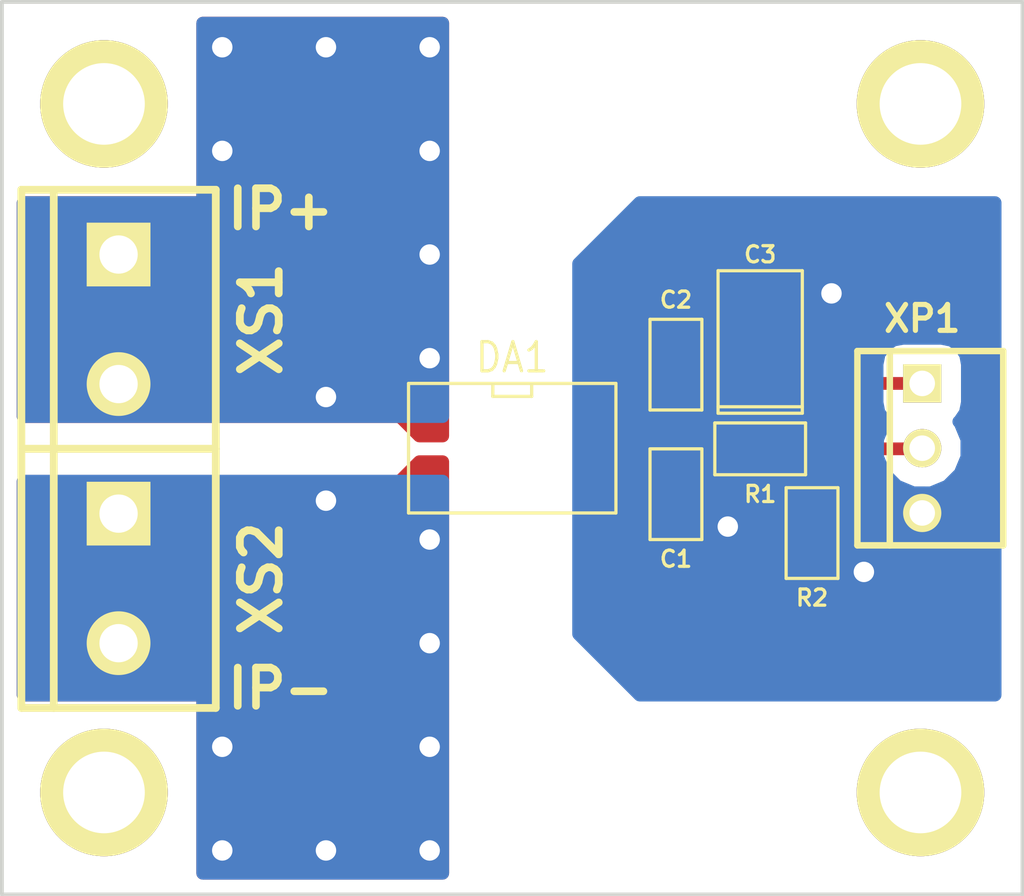
<source format=kicad_pcb>
(kicad_pcb (version 4) (host pcbnew 4.0.2+dfsg1-stable)

  (general
    (links 18)
    (no_connects 0)
    (area 118.164 85.014999 160.471001 120.165001)
    (thickness 1.6)
    (drawings 6)
    (tracks 68)
    (zones 0)
    (modules 17)
    (nets 8)
  )

  (page A4)
  (layers
    (0 F.Cu signal)
    (31 B.Cu signal)
    (32 B.Adhes user)
    (33 F.Adhes user)
    (34 B.Paste user)
    (35 F.Paste user)
    (36 B.SilkS user)
    (37 F.SilkS user)
    (38 B.Mask user)
    (39 F.Mask user)
    (40 Dwgs.User user)
    (41 Cmts.User user)
    (42 Eco1.User user)
    (43 Eco2.User user)
    (44 Edge.Cuts user)
    (45 Margin user)
    (46 B.CrtYd user)
    (47 F.CrtYd user)
    (48 B.Fab user)
    (49 F.Fab user)
  )

  (setup
    (last_trace_width 0.25)
    (user_trace_width 0.25)
    (user_trace_width 0.5)
    (user_trace_width 1)
    (trace_clearance 0.2)
    (zone_clearance 0.75)
    (zone_45_only no)
    (trace_min 0.25)
    (segment_width 0.2)
    (edge_width 0.15)
    (via_size 0.6)
    (via_drill 0.4)
    (via_min_size 0.4)
    (via_min_drill 0.3)
    (user_via 1.2 0.8)
    (uvia_size 0.3)
    (uvia_drill 0.1)
    (uvias_allowed no)
    (uvia_min_size 0.2)
    (uvia_min_drill 0.1)
    (pcb_text_width 0.3)
    (pcb_text_size 1.5 1.5)
    (mod_edge_width 0.15)
    (mod_text_size 1 1)
    (mod_text_width 0.15)
    (pad_size 5 5)
    (pad_drill 3.2)
    (pad_to_mask_clearance 0.2)
    (aux_axis_origin 0 0)
    (visible_elements FFFFFF7F)
    (pcbplotparams
      (layerselection 0x010f0_80000001)
      (usegerberextensions true)
      (excludeedgelayer true)
      (linewidth 0.100000)
      (plotframeref false)
      (viasonmask false)
      (mode 1)
      (useauxorigin false)
      (hpglpennumber 1)
      (hpglpenspeed 20)
      (hpglpendiameter 15)
      (hpglpenoverlay 2)
      (psnegative false)
      (psa4output false)
      (plotreference true)
      (plotvalue true)
      (plotinvisibletext false)
      (padsonsilk false)
      (subtractmaskfromsilk false)
      (outputformat 1)
      (mirror false)
      (drillshape 0)
      (scaleselection 1)
      (outputdirectory ../../../../Документы/GERBER_modul_current_meter/))
  )

  (net 0 "")
  (net 1 "Net-(C1-Pad1)")
  (net 2 /GND)
  (net 3 /+5V)
  (net 4 "Net-(DA1-Pad7)")
  (net 5 /IP-)
  (net 6 /IP+)
  (net 7 "Net-(R1-Pad2)")

  (net_class Default "This is the default net class."
    (clearance 0.2)
    (trace_width 0.25)
    (via_dia 0.6)
    (via_drill 0.4)
    (uvia_dia 0.3)
    (uvia_drill 0.1)
    (add_net /+5V)
    (add_net /GND)
    (add_net /IP+)
    (add_net /IP-)
    (add_net "Net-(C1-Pad1)")
    (add_net "Net-(DA1-Pad7)")
    (add_net "Net-(R1-Pad2)")
  )

  (module IWconnectors:1_pin (layer F.Cu) (tedit 5AE089FF) (tstamp 5AE09836)
    (at 124.968 113.284)
    (descr "module 1 pin (ou trou mecanique de percage)")
    (tags DEV)
    (fp_text reference 1_PIN (at 0 -3.048) (layer F.SilkS) hide
      (effects (font (size 0.50038 0.50038) (thickness 0.12446)))
    )
    (fp_text value P*** (at 0 -1.524) (layer F.SilkS) hide
      (effects (font (size 1.016 1.016) (thickness 0.254)))
    )
  )

  (module IWconnectors:1_pin (layer F.Cu) (tedit 5AE08A07) (tstamp 5AE09832)
    (at 124.968 89.916)
    (descr "module 1 pin (ou trou mecanique de percage)")
    (tags DEV)
    (fp_text reference 1_PIN (at 0 -3.048) (layer F.SilkS) hide
      (effects (font (size 0.50038 0.50038) (thickness 0.12446)))
    )
    (fp_text value P*** (at 0 -1.524) (layer F.SilkS) hide
      (effects (font (size 1.016 1.016) (thickness 0.254)))
    )
  )

  (module IWconnectors:1_pin (layer B.Cu) (tedit 5AE0895D) (tstamp 5AE0982F)
    (at 124.968 115.316)
    (descr "module 1 pin (ou trou mecanique de percage)")
    (tags DEV)
    (fp_text reference 1_PIN (at 0 3.048) (layer B.SilkS) hide
      (effects (font (size 0.50038 0.50038) (thickness 0.12446)) (justify mirror))
    )
    (fp_text value P*** (at 0 1.524) (layer B.SilkS) hide
      (effects (font (size 1.016 1.016) (thickness 0.254)) (justify mirror))
    )
  )

  (module IWconnectors:1_pin (layer B.Cu) (tedit 5AE0895D) (tstamp 5AE097FB)
    (at 124.968 115.316)
    (descr "module 1 pin (ou trou mecanique de percage)")
    (tags DEV)
    (fp_text reference 1_PIN (at 0 3.048) (layer B.SilkS) hide
      (effects (font (size 0.50038 0.50038) (thickness 0.12446)) (justify mirror))
    )
    (fp_text value P*** (at 0 1.524) (layer B.SilkS) hide
      (effects (font (size 1.016 1.016) (thickness 0.254)) (justify mirror))
    )
  )

  (module IWconnectors:1_pin (layer F.Cu) (tedit 5AE086C6) (tstamp 5AE096DF)
    (at 155.448 114.554)
    (descr "module 1 pin (ou trou mecanique de percage)")
    (tags DEV)
    (fp_text reference 1_PIN (at 0 -3.048) (layer F.SilkS) hide
      (effects (font (size 0.50038 0.50038) (thickness 0.12446)))
    )
    (fp_text value P*** (at 0 -1.524) (layer F.SilkS) hide
      (effects (font (size 1.016 1.016) (thickness 0.254)))
    )
    (pad 1 thru_hole circle (at 0.948 1.536) (size 5 5) (drill 3.2) (layers *.Cu *.Mask F.SilkS))
  )

  (module IWconnectors:1_pin (layer F.Cu) (tedit 5AE08693) (tstamp 5AE096DB)
    (at 124.968 89.916)
    (descr "module 1 pin (ou trou mecanique de percage)")
    (tags DEV)
    (fp_text reference 1_PIN (at 0 -3.048) (layer F.SilkS) hide
      (effects (font (size 0.50038 0.50038) (thickness 0.12446)))
    )
    (fp_text value P*** (at 0 -1.524) (layer F.SilkS) hide
      (effects (font (size 1.016 1.016) (thickness 0.254)))
    )
    (pad 1 thru_hole circle (at -0.572 -0.826) (size 5 5) (drill 3.2) (layers *.Cu *.Mask F.SilkS))
  )

  (module IWconnectors:1_pin (layer F.Cu) (tedit 5AE0869A) (tstamp 5AE096D7)
    (at 124.968 113.284)
    (descr "module 1 pin (ou trou mecanique de percage)")
    (tags DEV)
    (fp_text reference 1_PIN (at 0 -3.048) (layer F.SilkS) hide
      (effects (font (size 0.50038 0.50038) (thickness 0.12446)))
    )
    (fp_text value P*** (at 0 -1.524) (layer F.SilkS) hide
      (effects (font (size 1.016 1.016) (thickness 0.254)))
    )
    (pad 1 thru_hole circle (at -0.572 2.806) (size 5 5) (drill 3.2) (layers *.Cu *.Mask F.SilkS))
  )

  (module IWsmd_case:SMD0805 (layer F.Cu) (tedit 5AE087AD) (tstamp 5ADF4E13)
    (at 146.812 104.394 270)
    (path /5ADF4EA4)
    (attr smd)
    (fp_text reference C1 (at 2.54 0 360) (layer F.SilkS)
      (effects (font (size 0.635 0.635) (thickness 0.127)))
    )
    (fp_text value "1000 п" (at 0.254 1.524 270) (layer F.SilkS) hide
      (effects (font (size 0.635 0.635) (thickness 0.127)))
    )
    (fp_line (start 1.778 1.016) (end 1.778 -1.016) (layer F.SilkS) (width 0.127))
    (fp_line (start -1.778 1.016) (end 1.778 1.016) (layer F.SilkS) (width 0.127))
    (fp_line (start -1.778 -1.016) (end -1.778 1.016) (layer F.SilkS) (width 0.127))
    (fp_line (start -1.778 -1.016) (end 1.778 -1.016) (layer F.SilkS) (width 0.127))
    (pad 1 smd rect (at -0.9525 0 270) (size 0.889 1.397) (layers F.Cu F.Paste F.Mask)
      (net 1 "Net-(C1-Pad1)"))
    (pad 2 smd rect (at 0.9525 0 270) (size 0.889 1.397) (layers F.Cu F.Paste F.Mask)
      (net 2 /GND))
    (model smd/chip_cms.wrl
      (at (xyz 0 0 0))
      (scale (xyz 0.1 0.1 0.1))
      (rotate (xyz 0 0 0))
    )
  )

  (module IWsmd_case:SMD0805 (layer F.Cu) (tedit 5AE0854C) (tstamp 5ADF4E19)
    (at 146.812 99.314 270)
    (path /5ADF5040)
    (attr smd)
    (fp_text reference C2 (at -2.54 0 360) (layer F.SilkS)
      (effects (font (size 0.635 0.635) (thickness 0.127)))
    )
    (fp_text value "0.1 мк" (at 0.254 1.524 270) (layer F.SilkS) hide
      (effects (font (size 0.635 0.635) (thickness 0.127)))
    )
    (fp_line (start 1.778 1.016) (end 1.778 -1.016) (layer F.SilkS) (width 0.127))
    (fp_line (start -1.778 1.016) (end 1.778 1.016) (layer F.SilkS) (width 0.127))
    (fp_line (start -1.778 -1.016) (end -1.778 1.016) (layer F.SilkS) (width 0.127))
    (fp_line (start -1.778 -1.016) (end 1.778 -1.016) (layer F.SilkS) (width 0.127))
    (pad 1 smd rect (at -0.9525 0 270) (size 0.889 1.397) (layers F.Cu F.Paste F.Mask)
      (net 2 /GND))
    (pad 2 smd rect (at 0.9525 0 270) (size 0.889 1.397) (layers F.Cu F.Paste F.Mask)
      (net 3 /+5V))
    (model smd/chip_cms.wrl
      (at (xyz 0 0 0))
      (scale (xyz 0.1 0.1 0.1))
      (rotate (xyz 0 0 0))
    )
  )

  (module IWsmd_case:CASE_B (layer F.Cu) (tedit 5AE08556) (tstamp 5ADF4E1F)
    (at 150.114 98.298 90)
    (path /5ADF50C0)
    (attr smd)
    (fp_text reference C3 (at 3.302 0 180) (layer F.SilkS)
      (effects (font (size 0.635 0.635) (thickness 0.127)))
    )
    (fp_text value "10 мк" (at 0 2.286 90) (layer F.SilkS) hide
      (effects (font (size 0.635 0.635) (thickness 0.127)))
    )
    (fp_line (start -2.667 -1.651) (end -2.921 -1.651) (layer F.SilkS) (width 0.127))
    (fp_line (start -2.921 -1.651) (end -2.921 1.651) (layer F.SilkS) (width 0.127))
    (fp_line (start -2.921 1.651) (end -2.667 1.651) (layer F.SilkS) (width 0.127))
    (fp_line (start 2.667 -1.651) (end -2.667 -1.651) (layer F.SilkS) (width 0.127))
    (fp_line (start -2.667 -1.651) (end -2.667 1.651) (layer F.SilkS) (width 0.127))
    (fp_line (start -2.667 1.651) (end 2.667 1.651) (layer F.SilkS) (width 0.127))
    (fp_line (start 2.667 1.651) (end 2.667 -1.651) (layer F.SilkS) (width 0.127))
    (pad 1 smd rect (at -1.80086 0 90) (size 1.00076 2.49936) (layers F.Cu F.Paste F.Mask)
      (net 3 /+5V))
    (pad 2 smd rect (at 1.80086 0 90) (size 1.00076 2.49936) (layers F.Cu F.Paste F.Mask)
      (net 2 /GND))
    (model smd/chip_cms.wrl
      (at (xyz 0 0 0))
      (scale (xyz 0.18 0.18 0.18))
      (rotate (xyz 0 0 0))
    )
  )

  (module IWsmd_case:SOIC8 (layer F.Cu) (tedit 5AE084CA) (tstamp 5ADF4E2B)
    (at 140.396 102.59 270)
    (descr "Module CMS SOJ 8 pins large")
    (tags "CMS SOJ")
    (path /5ADF4824)
    (attr smd)
    (fp_text reference DA1 (at -3.556 0 360) (layer F.SilkS)
      (effects (font (size 1.143 1.016) (thickness 0.127)))
    )
    (fp_text value ACS712ELCTR-20A-T (at -3.429 0 360) (layer F.SilkS) hide
      (effects (font (size 1.016 1.016) (thickness 0.127)))
    )
    (fp_line (start -2.032 -0.762) (end -2.032 0.762) (layer F.SilkS) (width 0.127))
    (fp_line (start -2.54 4.064) (end -2.54 -4.064) (layer F.SilkS) (width 0.127))
    (fp_line (start 2.54 4.064) (end 2.54 -4.064) (layer F.SilkS) (width 0.127))
    (fp_line (start -2.54 -4.064) (end 2.54 -4.064) (layer F.SilkS) (width 0.127))
    (fp_line (start 2.54 4.064) (end -2.54 4.064) (layer F.SilkS) (width 0.127))
    (fp_line (start -2.54 -0.762) (end -2.032 -0.762) (layer F.SilkS) (width 0.127))
    (fp_line (start -2.032 0.762) (end -2.54 0.762) (layer F.SilkS) (width 0.127))
    (pad 8 smd rect (at -1.905 -3.175 270) (size 0.508 1.143) (layers F.Cu F.Paste F.Mask)
      (net 3 /+5V))
    (pad 7 smd rect (at -0.635 -3.175 270) (size 0.508 1.143) (layers F.Cu F.Paste F.Mask)
      (net 4 "Net-(DA1-Pad7)"))
    (pad 6 smd rect (at 0.635 -3.175 270) (size 0.508 1.143) (layers F.Cu F.Paste F.Mask)
      (net 1 "Net-(C1-Pad1)"))
    (pad 5 smd rect (at 1.905 -3.175 270) (size 0.508 1.143) (layers F.Cu F.Paste F.Mask)
      (net 2 /GND))
    (pad 4 smd rect (at 1.905 3.175 270) (size 0.508 1.143) (layers F.Cu F.Paste F.Mask)
      (net 5 /IP-))
    (pad 3 smd rect (at 0.635 3.175 270) (size 0.508 1.143) (layers F.Cu F.Paste F.Mask)
      (net 5 /IP-))
    (pad 2 smd rect (at -0.635 3.175 270) (size 0.508 1.143) (layers F.Cu F.Paste F.Mask)
      (net 6 /IP+))
    (pad 1 smd rect (at -1.905 3.175 270) (size 0.508 1.143) (layers F.Cu F.Paste F.Mask)
      (net 6 /IP+))
    (model smd/cms_so8.wrl
      (at (xyz 0 0 0))
      (scale (xyz 0.5 0.38 0.5))
      (rotate (xyz 0 0 0))
    )
  )

  (module IWconnectors:WF-3 (layer F.Cu) (tedit 5AE08768) (tstamp 5ADF4E32)
    (at 156.464 102.59 270)
    (descr "Double rangee de contacts 2 x 5 pins")
    (tags CONN)
    (path /5ADF48FA)
    (fp_text reference XP1 (at -5.08 0 360) (layer F.SilkS)
      (effects (font (size 1.016 1.016) (thickness 0.2032)))
    )
    (fp_text value WF-3 (at 0 3.81 270) (layer F.SilkS) hide
      (effects (font (size 1.016 1.016) (thickness 0.2032)))
    )
    (fp_line (start -3.81 2.54) (end -3.81 -3.175) (layer F.SilkS) (width 0.254))
    (fp_line (start 3.81 2.54) (end 3.81 -3.175) (layer F.SilkS) (width 0.254))
    (fp_line (start -3.81 -3.175) (end 3.81 -3.175) (layer F.SilkS) (width 0.254))
    (fp_line (start -3.81 1.27) (end 3.81 1.27) (layer F.SilkS) (width 0.254))
    (fp_line (start 3.81 2.54) (end -3.81 2.54) (layer F.SilkS) (width 0.254))
    (pad 1 thru_hole rect (at -2.54 0 270) (size 1.5 1.5) (drill 1) (layers *.Cu *.Mask F.SilkS)
      (net 3 /+5V))
    (pad 2 thru_hole circle (at 0 0 270) (size 1.5 1.5) (drill 1) (layers *.Cu *.Mask F.SilkS)
      (net 7 "Net-(R1-Pad2)"))
    (pad 3 thru_hole circle (at 2.54 0 270) (size 1.5 1.5) (drill 1) (layers *.Cu *.Mask F.SilkS)
      (net 2 /GND))
  )

  (module IWconnectors:DG126-5.0-02P-14 (layer F.Cu) (tedit 5AE085A9) (tstamp 5ADF4E38)
    (at 124.968 97.536 270)
    (descr "Bornier d'alimentation 2 pins")
    (tags DEV)
    (path /5ADF4B46)
    (fp_text reference XS1 (at 0 -5.588 450) (layer F.SilkS)
      (effects (font (thickness 0.3048)))
    )
    (fp_text value DG126-5.0-02P-14 (at 0 5.08 270) (layer F.SilkS) hide
      (effects (font (thickness 0.3048)))
    )
    (fp_line (start -5.08 3.81) (end -5.08 -3.81) (layer F.SilkS) (width 0.3048))
    (fp_line (start 5.08 3.81) (end 5.08 -3.81) (layer F.SilkS) (width 0.3048))
    (fp_line (start 5.08 -3.81) (end -5.08 -3.81) (layer F.SilkS) (width 0.3048))
    (fp_line (start 5.08 3.81) (end -5.08 3.81) (layer F.SilkS) (width 0.3048))
    (fp_line (start 5.08 2.54) (end -5.08 2.54) (layer F.SilkS) (width 0.3048))
    (pad 1 thru_hole rect (at -2.54 0 270) (size 2.49936 2.49936) (drill 1.50114) (layers *.Cu *.Mask F.SilkS)
      (net 6 /IP+))
    (pad 2 thru_hole circle (at 2.54 0 270) (size 2.49936 2.49936) (drill 1.50114) (layers *.Cu *.Mask F.SilkS)
      (net 6 /IP+))
    (model device/bornier_2.wrl
      (at (xyz 0 0 0))
      (scale (xyz 1 1 1))
      (rotate (xyz 0 0 0))
    )
  )

  (module IWconnectors:DG126-5.0-02P-14 (layer F.Cu) (tedit 5AE085B0) (tstamp 5ADF4E3E)
    (at 124.968 107.696 270)
    (descr "Bornier d'alimentation 2 pins")
    (tags DEV)
    (path /5ADF4BEC)
    (fp_text reference XS2 (at 0 -5.588 450) (layer F.SilkS)
      (effects (font (thickness 0.3048)))
    )
    (fp_text value DG126-5.0-02P-14 (at 0 5.08 270) (layer F.SilkS) hide
      (effects (font (thickness 0.3048)))
    )
    (fp_line (start -5.08 3.81) (end -5.08 -3.81) (layer F.SilkS) (width 0.3048))
    (fp_line (start 5.08 3.81) (end 5.08 -3.81) (layer F.SilkS) (width 0.3048))
    (fp_line (start 5.08 -3.81) (end -5.08 -3.81) (layer F.SilkS) (width 0.3048))
    (fp_line (start 5.08 3.81) (end -5.08 3.81) (layer F.SilkS) (width 0.3048))
    (fp_line (start 5.08 2.54) (end -5.08 2.54) (layer F.SilkS) (width 0.3048))
    (pad 1 thru_hole rect (at -2.54 0 270) (size 2.49936 2.49936) (drill 1.50114) (layers *.Cu *.Mask F.SilkS)
      (net 5 /IP-))
    (pad 2 thru_hole circle (at 2.54 0 270) (size 2.49936 2.49936) (drill 1.50114) (layers *.Cu *.Mask F.SilkS)
      (net 5 /IP-))
    (model device/bornier_2.wrl
      (at (xyz 0 0 0))
      (scale (xyz 1 1 1))
      (rotate (xyz 0 0 0))
    )
  )

  (module IWconnectors:1_pin (layer F.Cu) (tedit 5AE086B8) (tstamp 5AE096CC)
    (at 153.416 89.916)
    (descr "module 1 pin (ou trou mecanique de percage)")
    (tags DEV)
    (fp_text reference 1_PIN (at 0 -3.048) (layer F.SilkS) hide
      (effects (font (size 0.50038 0.50038) (thickness 0.12446)))
    )
    (fp_text value P*** (at 0 -1.524) (layer F.SilkS) hide
      (effects (font (size 1.016 1.016) (thickness 0.254)))
    )
    (pad 1 thru_hole circle (at 2.98 -0.826) (size 5 5) (drill 3.2) (layers *.Cu *.Mask F.SilkS))
  )

  (module IWsmd_case:SMD0805 (layer F.Cu) (tedit 5AE09365) (tstamp 5AE0A28D)
    (at 150.114 102.616)
    (path /5AE092EF)
    (attr smd)
    (fp_text reference R1 (at 0 1.778) (layer F.SilkS)
      (effects (font (size 0.635 0.635) (thickness 0.127)))
    )
    (fp_text value "2 к" (at 0.254 1.524) (layer F.SilkS) hide
      (effects (font (size 0.635 0.635) (thickness 0.127)))
    )
    (fp_line (start 1.778 1.016) (end 1.778 -1.016) (layer F.SilkS) (width 0.127))
    (fp_line (start -1.778 1.016) (end 1.778 1.016) (layer F.SilkS) (width 0.127))
    (fp_line (start -1.778 -1.016) (end -1.778 1.016) (layer F.SilkS) (width 0.127))
    (fp_line (start -1.778 -1.016) (end 1.778 -1.016) (layer F.SilkS) (width 0.127))
    (pad 1 smd rect (at -0.9525 0) (size 0.889 1.397) (layers F.Cu F.Paste F.Mask)
      (net 4 "Net-(DA1-Pad7)"))
    (pad 2 smd rect (at 0.9525 0) (size 0.889 1.397) (layers F.Cu F.Paste F.Mask)
      (net 7 "Net-(R1-Pad2)"))
    (model smd/chip_cms.wrl
      (at (xyz 0 0 0))
      (scale (xyz 0.1 0.1 0.1))
      (rotate (xyz 0 0 0))
    )
  )

  (module IWsmd_case:SMD0805 (layer F.Cu) (tedit 5AE09392) (tstamp 5AE0A297)
    (at 152.146 105.918 270)
    (path /5AE093BF)
    (attr smd)
    (fp_text reference R2 (at 2.54 0 360) (layer F.SilkS)
      (effects (font (size 0.635 0.635) (thickness 0.127)))
    )
    (fp_text value "10 к" (at 0.254 1.524 270) (layer F.SilkS) hide
      (effects (font (size 0.635 0.635) (thickness 0.127)))
    )
    (fp_line (start 1.778 1.016) (end 1.778 -1.016) (layer F.SilkS) (width 0.127))
    (fp_line (start -1.778 1.016) (end 1.778 1.016) (layer F.SilkS) (width 0.127))
    (fp_line (start -1.778 -1.016) (end -1.778 1.016) (layer F.SilkS) (width 0.127))
    (fp_line (start -1.778 -1.016) (end 1.778 -1.016) (layer F.SilkS) (width 0.127))
    (pad 1 smd rect (at -0.9525 0 270) (size 0.889 1.397) (layers F.Cu F.Paste F.Mask)
      (net 7 "Net-(R1-Pad2)"))
    (pad 2 smd rect (at 0.9525 0 270) (size 0.889 1.397) (layers F.Cu F.Paste F.Mask)
      (net 2 /GND))
    (model smd/chip_cms.wrl
      (at (xyz 0 0 0))
      (scale (xyz 0.1 0.1 0.1))
      (rotate (xyz 0 0 0))
    )
  )

  (gr_text IP- (at 131.318 112.014) (layer F.SilkS)
    (effects (font (size 1.5 1.5) (thickness 0.3)))
  )
  (gr_text IP+ (at 131.318 93.218) (layer F.SilkS)
    (effects (font (size 1.5 1.5) (thickness 0.3)))
  )
  (gr_line (start 160.396 85.09) (end 160.396 120.09) (angle 90) (layer Edge.Cuts) (width 0.15))
  (gr_line (start 120.396 120.09) (end 160.396 120.09) (angle 90) (layer Edge.Cuts) (width 0.15))
  (gr_line (start 120.396 85.09) (end 120.396 120.09) (angle 90) (layer Edge.Cuts) (width 0.15))
  (gr_line (start 120.396 85.09) (end 160.396 85.09) (angle 90) (layer Edge.Cuts) (width 0.15))

  (segment (start 143.571 103.225) (end 145.389 103.225) (width 0.5) (layer F.Cu) (net 1))
  (segment (start 145.6055 103.4415) (end 146.812 103.4415) (width 0.5) (layer F.Cu) (net 1) (tstamp 5AE098CE))
  (segment (start 145.389 103.225) (end 145.6055 103.4415) (width 0.5) (layer F.Cu) (net 1) (tstamp 5AE098CD))
  (segment (start 152.146 106.8705) (end 153.6065 106.8705) (width 0.5) (layer F.Cu) (net 2))
  (via (at 154.178 107.442) (size 1.2) (drill 0.8) (layers F.Cu B.Cu) (net 2))
  (segment (start 153.6065 106.8705) (end 154.178 107.442) (width 0.5) (layer F.Cu) (net 2) (tstamp 5AE0A2E4))
  (segment (start 146.812 105.3465) (end 148.5265 105.3465) (width 1) (layer F.Cu) (net 2))
  (via (at 148.844 105.664) (size 1.2) (drill 0.8) (layers F.Cu B.Cu) (net 2))
  (segment (start 148.5265 105.3465) (end 148.844 105.664) (width 1) (layer F.Cu) (net 2) (tstamp 5AE098E0))
  (segment (start 150.114 96.49714) (end 152.88514 96.49714) (width 1) (layer F.Cu) (net 2))
  (via (at 152.908 96.52) (size 1.2) (drill 0.8) (layers F.Cu B.Cu) (net 2))
  (segment (start 152.88514 96.49714) (end 152.908 96.52) (width 1) (layer F.Cu) (net 2) (tstamp 5AE098DB))
  (segment (start 150.114 96.49714) (end 148.67636 96.49714) (width 1) (layer F.Cu) (net 2))
  (segment (start 148.67636 96.49714) (end 146.812 98.3615) (width 1) (layer F.Cu) (net 2) (tstamp 5AE098D3))
  (segment (start 156.2475 105.3465) (end 156.464 105.13) (width 1) (layer F.Cu) (net 2) (tstamp 5AE098D1))
  (segment (start 143.571 104.495) (end 144.119 104.495) (width 0.5) (layer F.Cu) (net 2))
  (segment (start 144.119 104.495) (end 144.9705 105.3465) (width 0.5) (layer F.Cu) (net 2) (tstamp 5AE098BE))
  (segment (start 144.9705 105.3465) (end 146.812 105.3465) (width 0.5) (layer F.Cu) (net 2) (tstamp 5AE098BF))
  (segment (start 156.464 100.05) (end 150.16286 100.05) (width 0.5) (layer F.Cu) (net 3))
  (segment (start 150.16286 100.05) (end 150.114 100.09886) (width 0.5) (layer F.Cu) (net 3) (tstamp 5AE098CB))
  (segment (start 146.812 100.2665) (end 149.94636 100.2665) (width 0.5) (layer F.Cu) (net 3))
  (segment (start 149.94636 100.2665) (end 150.114 100.09886) (width 0.5) (layer F.Cu) (net 3) (tstamp 5AE098C9))
  (segment (start 143.571 100.685) (end 145.187 100.685) (width 0.5) (layer F.Cu) (net 3))
  (segment (start 145.6055 100.2665) (end 146.812 100.2665) (width 0.5) (layer F.Cu) (net 3) (tstamp 5AE098C7))
  (segment (start 145.187 100.685) (end 145.6055 100.2665) (width 0.5) (layer F.Cu) (net 3) (tstamp 5AE098C6))
  (segment (start 143.571 101.955) (end 147.929 101.955) (width 0.5) (layer F.Cu) (net 4))
  (segment (start 148.59 102.616) (end 149.1615 102.616) (width 0.5) (layer F.Cu) (net 4) (tstamp 5AE0A2C8))
  (segment (start 147.929 101.955) (end 148.59 102.616) (width 0.5) (layer F.Cu) (net 4) (tstamp 5AE0A2C7))
  (segment (start 129.032 114.3) (end 129.032 118.364) (width 0.25) (layer F.Cu) (net 5))
  (via (at 129.032 118.364) (size 1.2) (drill 0.8) (layers F.Cu B.Cu) (net 5))
  (segment (start 133.096 118.364) (end 137.16 118.364) (width 0.25) (layer F.Cu) (net 5))
  (via (at 137.16 118.364) (size 1.2) (drill 0.8) (layers F.Cu B.Cu) (net 5))
  (segment (start 137.16 114.3) (end 137.16 110.236) (width 0.25) (layer F.Cu) (net 5))
  (via (at 137.16 110.236) (size 1.2) (drill 0.8) (layers F.Cu B.Cu) (net 5))
  (segment (start 137.221 106.111) (end 137.221 104.495) (width 0.25) (layer F.Cu) (net 5))
  (via (at 137.16 106.172) (size 1.2) (drill 0.8) (layers F.Cu B.Cu) (net 5))
  (segment (start 137.221 106.111) (end 137.16 106.172) (width 0.25) (layer F.Cu) (net 5) (tstamp 5AE0994A))
  (segment (start 137.16 110.236) (end 137.16 106.172) (width 0.25) (layer F.Cu) (net 5))
  (via (at 137.16 114.3) (size 1.2) (drill 0.8) (layers F.Cu B.Cu) (net 5))
  (segment (start 137.16 118.364) (end 137.16 114.3) (width 0.25) (layer F.Cu) (net 5))
  (via (at 133.096 118.364) (size 1.2) (drill 0.8) (layers F.Cu B.Cu) (net 5))
  (segment (start 129.032 118.364) (end 133.096 118.364) (width 0.25) (layer F.Cu) (net 5))
  (via (at 129.032 114.3) (size 1.2) (drill 0.8) (layers F.Cu B.Cu) (net 5))
  (segment (start 137.221 104.495) (end 133.249 104.495) (width 0.25) (layer F.Cu) (net 5))
  (via (at 133.096 104.648) (size 1.2) (drill 0.8) (layers F.Cu B.Cu) (net 5))
  (segment (start 133.249 104.495) (end 133.096 104.648) (width 0.25) (layer F.Cu) (net 5) (tstamp 5AE0993D))
  (segment (start 129.032 90.932) (end 129.032 86.868) (width 0.25) (layer F.Cu) (net 6))
  (via (at 129.032 86.868) (size 1.2) (drill 0.8) (layers F.Cu B.Cu) (net 6))
  (segment (start 133.096 86.868) (end 137.16 86.868) (width 0.25) (layer F.Cu) (net 6))
  (via (at 137.16 86.868) (size 1.2) (drill 0.8) (layers F.Cu B.Cu) (net 6))
  (segment (start 137.16 90.932) (end 137.16 94.996) (width 0.25) (layer F.Cu) (net 6))
  (via (at 137.16 94.996) (size 1.2) (drill 0.8) (layers F.Cu B.Cu) (net 6))
  (segment (start 137.221 99.121) (end 137.221 100.685) (width 0.25) (layer F.Cu) (net 6))
  (via (at 137.16 99.06) (size 1.2) (drill 0.8) (layers F.Cu B.Cu) (net 6))
  (segment (start 137.221 99.121) (end 137.16 99.06) (width 0.25) (layer F.Cu) (net 6) (tstamp 5AE09985))
  (segment (start 137.16 94.996) (end 137.16 99.06) (width 0.25) (layer F.Cu) (net 6))
  (via (at 137.16 90.932) (size 1.2) (drill 0.8) (layers F.Cu B.Cu) (net 6))
  (segment (start 137.16 86.868) (end 137.16 90.932) (width 0.25) (layer F.Cu) (net 6))
  (via (at 133.096 86.868) (size 1.2) (drill 0.8) (layers F.Cu B.Cu) (net 6))
  (segment (start 129.032 86.868) (end 133.096 86.868) (width 0.25) (layer F.Cu) (net 6))
  (via (at 129.032 90.932) (size 1.2) (drill 0.8) (layers F.Cu B.Cu) (net 6))
  (segment (start 137.221 100.685) (end 133.197 100.685) (width 0.25) (layer F.Cu) (net 6))
  (via (at 133.096 100.584) (size 1.2) (drill 0.8) (layers F.Cu B.Cu) (net 6))
  (segment (start 133.197 100.685) (end 133.096 100.584) (width 0.25) (layer F.Cu) (net 6) (tstamp 5AE09981))
  (segment (start 152.146 104.9655) (end 152.146 102.616) (width 0.5) (layer F.Cu) (net 7))
  (segment (start 151.0665 102.616) (end 152.146 102.616) (width 0.5) (layer F.Cu) (net 7))
  (segment (start 152.146 102.616) (end 156.438 102.616) (width 0.5) (layer F.Cu) (net 7) (tstamp 5AE0A2E2))
  (segment (start 156.438 102.616) (end 156.464 102.59) (width 0.5) (layer F.Cu) (net 7) (tstamp 5AE0A2CA))

  (zone (net 6) (net_name /IP+) (layer F.Cu) (tstamp 5AE097EE) (hatch edge 0.508)
    (connect_pads yes (clearance 0.508))
    (min_thickness 0.50038)
    (fill yes (arc_segments 16) (thermal_gap 0.508) (thermal_bridge_width 0.508))
    (polygon
      (pts
        (xy 120.65 101.6) (xy 135.89 101.6) (xy 136.652 102.362) (xy 137.922 102.362) (xy 137.922 85.344)
        (xy 128.778 85.344) (xy 128.016 85.344) (xy 128.016 92.71) (xy 120.65 92.71)
      )
    )
    (filled_polygon
      (pts
        (xy 137.67181 102.11181) (xy 136.755632 102.11181) (xy 136.066911 101.423089) (xy 135.984145 101.368199) (xy 135.89 101.34981)
        (xy 121.22919 101.34981) (xy 121.22919 92.96019) (xy 128.016 92.96019) (xy 128.113338 92.940479) (xy 128.195338 92.88445)
        (xy 128.24908 92.800933) (xy 128.26619 92.71) (xy 128.26619 85.92319) (xy 137.67181 85.92319)
      )
    )
  )
  (zone (net 5) (net_name /IP-) (layer F.Cu) (tstamp 5AE09809) (hatch edge 0.508)
    (connect_pads yes (clearance 0.508))
    (min_thickness 0.50038)
    (fill yes (arc_segments 16) (thermal_gap 0.508) (thermal_bridge_width 0.508))
    (polygon
      (pts
        (xy 120.65 103.632) (xy 135.89 103.632) (xy 136.652 102.87) (xy 137.922 102.87) (xy 137.922 119.888)
        (xy 128.778 119.888) (xy 128.016 119.888) (xy 128.016 112.522) (xy 120.65 112.522)
      )
    )
    (filled_polygon
      (pts
        (xy 137.67181 119.25681) (xy 128.26619 119.25681) (xy 128.26619 112.522) (xy 128.246479 112.424662) (xy 128.19045 112.342662)
        (xy 128.106933 112.28892) (xy 128.016 112.27181) (xy 121.22919 112.27181) (xy 121.22919 103.88219) (xy 135.89 103.88219)
        (xy 135.987338 103.862479) (xy 136.066911 103.808911) (xy 136.755632 103.12019) (xy 137.67181 103.12019)
      )
    )
  )
  (zone (net 6) (net_name /IP+) (layer B.Cu) (tstamp 5AE0984F) (hatch edge 0.508)
    (connect_pads yes (clearance 0.508))
    (min_thickness 0.50038)
    (fill yes (arc_segments 16) (thermal_gap 0.508) (thermal_bridge_width 0.508))
    (polygon
      (pts
        (xy 120.65 101.6) (xy 135.89 101.6) (xy 135.89 101.6) (xy 137.922 101.6) (xy 137.922 85.344)
        (xy 128.778 85.344) (xy 128.016 85.344) (xy 128.016 92.71) (xy 120.65 92.71)
      )
    )
    (filled_polygon
      (pts
        (xy 137.67181 101.34981) (xy 121.22919 101.34981) (xy 121.22919 92.96019) (xy 128.016 92.96019) (xy 128.113338 92.940479)
        (xy 128.195338 92.88445) (xy 128.24908 92.800933) (xy 128.26619 92.71) (xy 128.26619 85.92319) (xy 137.67181 85.92319)
      )
    )
  )
  (zone (net 5) (net_name /IP-) (layer B.Cu) (tstamp 5AE09850) (hatch edge 0.508)
    (connect_pads yes (clearance 0.508))
    (min_thickness 0.50038)
    (fill yes (arc_segments 16) (thermal_gap 0.508) (thermal_bridge_width 0.508))
    (polygon
      (pts
        (xy 120.65 103.632) (xy 135.89 103.632) (xy 136.398 103.632) (xy 137.922 103.632) (xy 137.922 119.888)
        (xy 128.778 119.888) (xy 128.016 119.888) (xy 128.016 112.522) (xy 120.65 112.522)
      )
    )
    (filled_polygon
      (pts
        (xy 137.67181 119.25681) (xy 128.26619 119.25681) (xy 128.26619 112.522) (xy 128.246479 112.424662) (xy 128.19045 112.342662)
        (xy 128.106933 112.28892) (xy 128.016 112.27181) (xy 121.22919 112.27181) (xy 121.22919 103.88219) (xy 137.67181 103.88219)
      )
    )
  )
  (zone (net 2) (net_name /GND) (layer B.Cu) (tstamp 5AE098E4) (hatch edge 0.508)
    (connect_pads yes (clearance 0.75))
    (min_thickness 0.50038)
    (fill yes (arc_segments 16) (thermal_gap 0.508) (thermal_bridge_width 0.508))
    (polygon
      (pts
        (xy 145.288 92.71) (xy 159.766 92.71) (xy 159.766 112.522) (xy 145.288 112.522) (xy 142.748 109.982)
        (xy 142.748 95.25) (xy 145.288 92.71)
      )
    )
    (filled_polygon
      (pts
        (xy 159.32081 112.27181) (xy 145.391632 112.27181) (xy 142.99819 109.878368) (xy 142.99819 99.3) (xy 154.694216 99.3)
        (xy 154.694216 100.8) (xy 154.763958 101.170648) (xy 154.983011 101.511066) (xy 155.033177 101.545343) (xy 154.981126 101.597303)
        (xy 154.714115 102.240338) (xy 154.713507 102.936607) (xy 154.979396 103.580108) (xy 155.471303 104.072874) (xy 156.114338 104.339885)
        (xy 156.810607 104.340493) (xy 157.454108 104.074604) (xy 157.946874 103.582697) (xy 158.213885 102.939662) (xy 158.214493 102.243393)
        (xy 157.948604 101.599892) (xy 157.897517 101.548716) (xy 157.925066 101.530989) (xy 158.153439 101.196753) (xy 158.233784 100.8)
        (xy 158.233784 99.3) (xy 158.164042 98.929352) (xy 157.944989 98.588934) (xy 157.610753 98.360561) (xy 157.214 98.280216)
        (xy 155.714 98.280216) (xy 155.343352 98.349958) (xy 155.002934 98.569011) (xy 154.774561 98.903247) (xy 154.694216 99.3)
        (xy 142.99819 99.3) (xy 142.99819 95.353632) (xy 145.391632 92.96019) (xy 159.32081 92.96019)
      )
    )
  )
)

</source>
